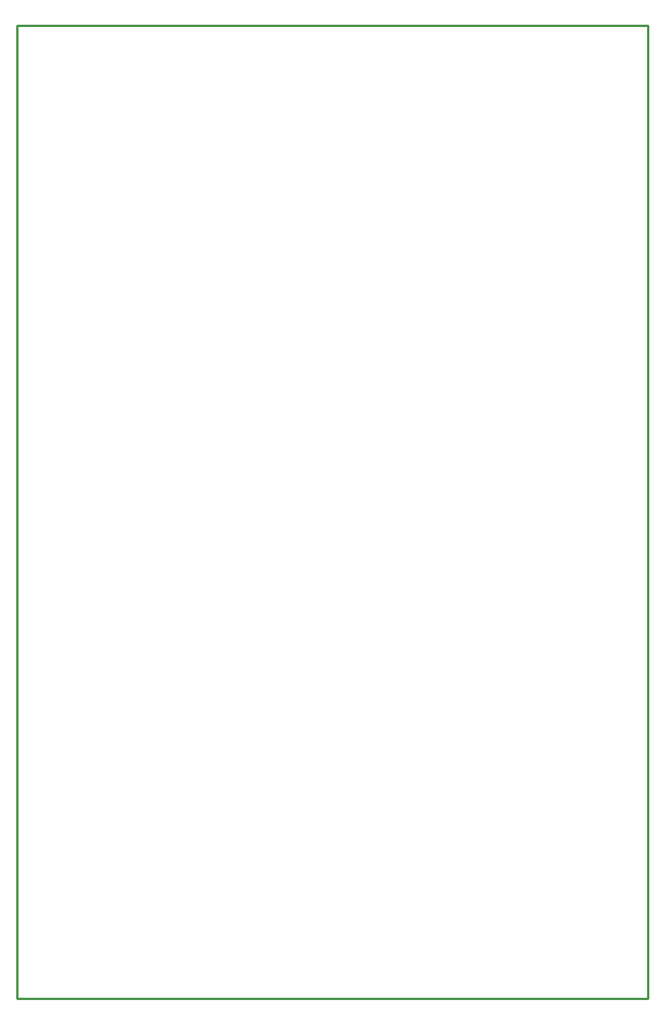
<source format=gbr>
G04 EAGLE Gerber RS-274X export*
G75*
%MOMM*%
%FSLAX34Y34*%
%LPD*%
%IN*%
%IPPOS*%
%AMOC8*
5,1,8,0,0,1.08239X$1,22.5*%
G01*
G04 Define Apertures*
%ADD10C,0.254000*%
D10*
X0Y0D02*
X692150Y0D01*
X692150Y1066800D01*
X0Y1066800D01*
X0Y0D01*
M02*

</source>
